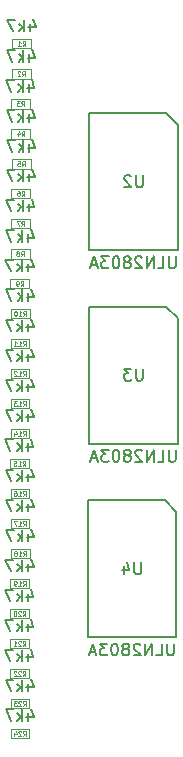
<source format=gbr>
G04 #@! TF.FileFunction,Other,Fab,Bot*
%FSLAX46Y46*%
G04 Gerber Fmt 4.6, Leading zero omitted, Abs format (unit mm)*
G04 Created by KiCad (PCBNEW 4.0.7) date 07/31/18 16:14:13*
%MOMM*%
%LPD*%
G01*
G04 APERTURE LIST*
%ADD10C,0.100000*%
%ADD11C,0.150000*%
%ADD12C,0.075000*%
G04 APERTURE END LIST*
D10*
X57310000Y-73010000D02*
X57310000Y-73810000D01*
X58910000Y-73010000D02*
X57310000Y-73010000D01*
X58910000Y-73810000D02*
X58910000Y-73010000D01*
X57310000Y-73810000D02*
X58910000Y-73810000D01*
X57260000Y-75560000D02*
X57260000Y-76360000D01*
X58860000Y-75560000D02*
X57260000Y-75560000D01*
X58860000Y-76360000D02*
X58860000Y-75560000D01*
X57260000Y-76360000D02*
X58860000Y-76360000D01*
X57210000Y-78100000D02*
X57210000Y-78900000D01*
X58810000Y-78100000D02*
X57210000Y-78100000D01*
X58810000Y-78900000D02*
X58810000Y-78100000D01*
X57210000Y-78900000D02*
X58810000Y-78900000D01*
X57230000Y-80640000D02*
X57230000Y-81440000D01*
X58830000Y-80640000D02*
X57230000Y-80640000D01*
X58830000Y-81440000D02*
X58830000Y-80640000D01*
X57230000Y-81440000D02*
X58830000Y-81440000D01*
X57250000Y-83180000D02*
X57250000Y-83980000D01*
X58850000Y-83180000D02*
X57250000Y-83180000D01*
X58850000Y-83980000D02*
X58850000Y-83180000D01*
X57250000Y-83980000D02*
X58850000Y-83980000D01*
X57230000Y-85710000D02*
X57230000Y-86510000D01*
X58830000Y-85710000D02*
X57230000Y-85710000D01*
X58830000Y-86510000D02*
X58830000Y-85710000D01*
X57230000Y-86510000D02*
X58830000Y-86510000D01*
X57200000Y-88250000D02*
X57200000Y-89050000D01*
X58800000Y-88250000D02*
X57200000Y-88250000D01*
X58800000Y-89050000D02*
X58800000Y-88250000D01*
X57200000Y-89050000D02*
X58800000Y-89050000D01*
X57170000Y-90800000D02*
X57170000Y-91600000D01*
X58770000Y-90800000D02*
X57170000Y-90800000D01*
X58770000Y-91600000D02*
X58770000Y-90800000D01*
X57170000Y-91600000D02*
X58770000Y-91600000D01*
X57140000Y-93330000D02*
X57140000Y-94130000D01*
X58740000Y-93330000D02*
X57140000Y-93330000D01*
X58740000Y-94130000D02*
X58740000Y-93330000D01*
X57140000Y-94130000D02*
X58740000Y-94130000D01*
X57160000Y-95860000D02*
X57160000Y-96660000D01*
X58760000Y-95860000D02*
X57160000Y-95860000D01*
X58760000Y-96660000D02*
X58760000Y-95860000D01*
X57160000Y-96660000D02*
X58760000Y-96660000D01*
X57150000Y-98410000D02*
X57150000Y-99210000D01*
X58750000Y-98410000D02*
X57150000Y-98410000D01*
X58750000Y-99210000D02*
X58750000Y-98410000D01*
X57150000Y-99210000D02*
X58750000Y-99210000D01*
X57150000Y-100950000D02*
X57150000Y-101750000D01*
X58750000Y-100950000D02*
X57150000Y-100950000D01*
X58750000Y-101750000D02*
X58750000Y-100950000D01*
X57150000Y-101750000D02*
X58750000Y-101750000D01*
X57150000Y-103490000D02*
X57150000Y-104290000D01*
X58750000Y-103490000D02*
X57150000Y-103490000D01*
X58750000Y-104290000D02*
X58750000Y-103490000D01*
X57150000Y-104290000D02*
X58750000Y-104290000D01*
X57150000Y-106030000D02*
X57150000Y-106830000D01*
X58750000Y-106030000D02*
X57150000Y-106030000D01*
X58750000Y-106830000D02*
X58750000Y-106030000D01*
X57150000Y-106830000D02*
X58750000Y-106830000D01*
X57130000Y-108560000D02*
X57130000Y-109360000D01*
X58730000Y-108560000D02*
X57130000Y-108560000D01*
X58730000Y-109360000D02*
X58730000Y-108560000D01*
X57130000Y-109360000D02*
X58730000Y-109360000D01*
X57150000Y-111110000D02*
X57150000Y-111910000D01*
X58750000Y-111110000D02*
X57150000Y-111110000D01*
X58750000Y-111910000D02*
X58750000Y-111110000D01*
X57150000Y-111910000D02*
X58750000Y-111910000D01*
X57150000Y-113650000D02*
X57150000Y-114450000D01*
X58750000Y-113650000D02*
X57150000Y-113650000D01*
X58750000Y-114450000D02*
X58750000Y-113650000D01*
X57150000Y-114450000D02*
X58750000Y-114450000D01*
X57160000Y-116190000D02*
X57160000Y-116990000D01*
X58760000Y-116190000D02*
X57160000Y-116190000D01*
X58760000Y-116990000D02*
X58760000Y-116190000D01*
X57160000Y-116990000D02*
X58760000Y-116990000D01*
X57140000Y-118730000D02*
X57140000Y-119530000D01*
X58740000Y-118730000D02*
X57140000Y-118730000D01*
X58740000Y-119530000D02*
X58740000Y-118730000D01*
X57140000Y-119530000D02*
X58740000Y-119530000D01*
X57120000Y-121270000D02*
X57120000Y-122070000D01*
X58720000Y-121270000D02*
X57120000Y-121270000D01*
X58720000Y-122070000D02*
X58720000Y-121270000D01*
X57120000Y-122070000D02*
X58720000Y-122070000D01*
X57120000Y-123810000D02*
X57120000Y-124610000D01*
X58720000Y-123810000D02*
X57120000Y-123810000D01*
X58720000Y-124610000D02*
X58720000Y-123810000D01*
X57120000Y-124610000D02*
X58720000Y-124610000D01*
X57120000Y-126350000D02*
X57120000Y-127150000D01*
X58720000Y-126350000D02*
X57120000Y-126350000D01*
X58720000Y-127150000D02*
X58720000Y-126350000D01*
X57120000Y-127150000D02*
X58720000Y-127150000D01*
X57150000Y-128890000D02*
X57150000Y-129690000D01*
X58750000Y-128890000D02*
X57150000Y-128890000D01*
X58750000Y-129690000D02*
X58750000Y-128890000D01*
X57150000Y-129690000D02*
X58750000Y-129690000D01*
X57150000Y-131420000D02*
X57150000Y-132220000D01*
X58750000Y-131420000D02*
X57150000Y-131420000D01*
X58750000Y-132220000D02*
X58750000Y-131420000D01*
X57150000Y-132220000D02*
X58750000Y-132220000D01*
D11*
X70330000Y-79290000D02*
X63830000Y-79290000D01*
X63830000Y-79290000D02*
X63830000Y-90890000D01*
X63830000Y-90890000D02*
X71330000Y-90890000D01*
X71330000Y-90890000D02*
X71330000Y-80290000D01*
X71330000Y-80290000D02*
X70330000Y-79290000D01*
X70330000Y-95670000D02*
X63830000Y-95670000D01*
X63830000Y-95670000D02*
X63830000Y-107270000D01*
X63830000Y-107270000D02*
X71330000Y-107270000D01*
X71330000Y-107270000D02*
X71330000Y-96670000D01*
X71330000Y-96670000D02*
X70330000Y-95670000D01*
X70200000Y-112060000D02*
X63700000Y-112060000D01*
X63700000Y-112060000D02*
X63700000Y-123660000D01*
X63700000Y-123660000D02*
X71200000Y-123660000D01*
X71200000Y-123660000D02*
X71200000Y-113060000D01*
X71200000Y-113060000D02*
X70200000Y-112060000D01*
X58800476Y-71695714D02*
X58800476Y-72362381D01*
X59038572Y-71314762D02*
X59276667Y-72029048D01*
X58657619Y-72029048D01*
X58276667Y-72362381D02*
X58276667Y-71362381D01*
X58181429Y-71981429D02*
X57895714Y-72362381D01*
X57895714Y-71695714D02*
X58276667Y-72076667D01*
X57562381Y-71362381D02*
X56895714Y-71362381D01*
X57324286Y-72362381D01*
D12*
X58176666Y-73590952D02*
X58310000Y-73400476D01*
X58405238Y-73590952D02*
X58405238Y-73190952D01*
X58252857Y-73190952D01*
X58214762Y-73210000D01*
X58195714Y-73229048D01*
X58176666Y-73267143D01*
X58176666Y-73324286D01*
X58195714Y-73362381D01*
X58214762Y-73381429D01*
X58252857Y-73400476D01*
X58405238Y-73400476D01*
X57795714Y-73590952D02*
X58024286Y-73590952D01*
X57910000Y-73590952D02*
X57910000Y-73190952D01*
X57948095Y-73248095D01*
X57986190Y-73286190D01*
X58024286Y-73305238D01*
D11*
X58750476Y-74245714D02*
X58750476Y-74912381D01*
X58988572Y-73864762D02*
X59226667Y-74579048D01*
X58607619Y-74579048D01*
X58226667Y-74912381D02*
X58226667Y-73912381D01*
X58131429Y-74531429D02*
X57845714Y-74912381D01*
X57845714Y-74245714D02*
X58226667Y-74626667D01*
X57512381Y-73912381D02*
X56845714Y-73912381D01*
X57274286Y-74912381D01*
D12*
X58126666Y-76140952D02*
X58260000Y-75950476D01*
X58355238Y-76140952D02*
X58355238Y-75740952D01*
X58202857Y-75740952D01*
X58164762Y-75760000D01*
X58145714Y-75779048D01*
X58126666Y-75817143D01*
X58126666Y-75874286D01*
X58145714Y-75912381D01*
X58164762Y-75931429D01*
X58202857Y-75950476D01*
X58355238Y-75950476D01*
X57974286Y-75779048D02*
X57955238Y-75760000D01*
X57917143Y-75740952D01*
X57821905Y-75740952D01*
X57783809Y-75760000D01*
X57764762Y-75779048D01*
X57745714Y-75817143D01*
X57745714Y-75855238D01*
X57764762Y-75912381D01*
X57993333Y-76140952D01*
X57745714Y-76140952D01*
D11*
X58700476Y-76785714D02*
X58700476Y-77452381D01*
X58938572Y-76404762D02*
X59176667Y-77119048D01*
X58557619Y-77119048D01*
X58176667Y-77452381D02*
X58176667Y-76452381D01*
X58081429Y-77071429D02*
X57795714Y-77452381D01*
X57795714Y-76785714D02*
X58176667Y-77166667D01*
X57462381Y-76452381D02*
X56795714Y-76452381D01*
X57224286Y-77452381D01*
D12*
X58076666Y-78680952D02*
X58210000Y-78490476D01*
X58305238Y-78680952D02*
X58305238Y-78280952D01*
X58152857Y-78280952D01*
X58114762Y-78300000D01*
X58095714Y-78319048D01*
X58076666Y-78357143D01*
X58076666Y-78414286D01*
X58095714Y-78452381D01*
X58114762Y-78471429D01*
X58152857Y-78490476D01*
X58305238Y-78490476D01*
X57943333Y-78280952D02*
X57695714Y-78280952D01*
X57829047Y-78433333D01*
X57771905Y-78433333D01*
X57733809Y-78452381D01*
X57714762Y-78471429D01*
X57695714Y-78509524D01*
X57695714Y-78604762D01*
X57714762Y-78642857D01*
X57733809Y-78661905D01*
X57771905Y-78680952D01*
X57886190Y-78680952D01*
X57924286Y-78661905D01*
X57943333Y-78642857D01*
D11*
X58720476Y-79325714D02*
X58720476Y-79992381D01*
X58958572Y-78944762D02*
X59196667Y-79659048D01*
X58577619Y-79659048D01*
X58196667Y-79992381D02*
X58196667Y-78992381D01*
X58101429Y-79611429D02*
X57815714Y-79992381D01*
X57815714Y-79325714D02*
X58196667Y-79706667D01*
X57482381Y-78992381D02*
X56815714Y-78992381D01*
X57244286Y-79992381D01*
D12*
X58096666Y-81220952D02*
X58230000Y-81030476D01*
X58325238Y-81220952D02*
X58325238Y-80820952D01*
X58172857Y-80820952D01*
X58134762Y-80840000D01*
X58115714Y-80859048D01*
X58096666Y-80897143D01*
X58096666Y-80954286D01*
X58115714Y-80992381D01*
X58134762Y-81011429D01*
X58172857Y-81030476D01*
X58325238Y-81030476D01*
X57753809Y-80954286D02*
X57753809Y-81220952D01*
X57849047Y-80801905D02*
X57944286Y-81087619D01*
X57696666Y-81087619D01*
D11*
X58740476Y-81865714D02*
X58740476Y-82532381D01*
X58978572Y-81484762D02*
X59216667Y-82199048D01*
X58597619Y-82199048D01*
X58216667Y-82532381D02*
X58216667Y-81532381D01*
X58121429Y-82151429D02*
X57835714Y-82532381D01*
X57835714Y-81865714D02*
X58216667Y-82246667D01*
X57502381Y-81532381D02*
X56835714Y-81532381D01*
X57264286Y-82532381D01*
D12*
X58116666Y-83760952D02*
X58250000Y-83570476D01*
X58345238Y-83760952D02*
X58345238Y-83360952D01*
X58192857Y-83360952D01*
X58154762Y-83380000D01*
X58135714Y-83399048D01*
X58116666Y-83437143D01*
X58116666Y-83494286D01*
X58135714Y-83532381D01*
X58154762Y-83551429D01*
X58192857Y-83570476D01*
X58345238Y-83570476D01*
X57754762Y-83360952D02*
X57945238Y-83360952D01*
X57964286Y-83551429D01*
X57945238Y-83532381D01*
X57907143Y-83513333D01*
X57811905Y-83513333D01*
X57773809Y-83532381D01*
X57754762Y-83551429D01*
X57735714Y-83589524D01*
X57735714Y-83684762D01*
X57754762Y-83722857D01*
X57773809Y-83741905D01*
X57811905Y-83760952D01*
X57907143Y-83760952D01*
X57945238Y-83741905D01*
X57964286Y-83722857D01*
D11*
X58720476Y-84395714D02*
X58720476Y-85062381D01*
X58958572Y-84014762D02*
X59196667Y-84729048D01*
X58577619Y-84729048D01*
X58196667Y-85062381D02*
X58196667Y-84062381D01*
X58101429Y-84681429D02*
X57815714Y-85062381D01*
X57815714Y-84395714D02*
X58196667Y-84776667D01*
X57482381Y-84062381D02*
X56815714Y-84062381D01*
X57244286Y-85062381D01*
D12*
X58096666Y-86290952D02*
X58230000Y-86100476D01*
X58325238Y-86290952D02*
X58325238Y-85890952D01*
X58172857Y-85890952D01*
X58134762Y-85910000D01*
X58115714Y-85929048D01*
X58096666Y-85967143D01*
X58096666Y-86024286D01*
X58115714Y-86062381D01*
X58134762Y-86081429D01*
X58172857Y-86100476D01*
X58325238Y-86100476D01*
X57753809Y-85890952D02*
X57830000Y-85890952D01*
X57868095Y-85910000D01*
X57887143Y-85929048D01*
X57925238Y-85986190D01*
X57944286Y-86062381D01*
X57944286Y-86214762D01*
X57925238Y-86252857D01*
X57906190Y-86271905D01*
X57868095Y-86290952D01*
X57791905Y-86290952D01*
X57753809Y-86271905D01*
X57734762Y-86252857D01*
X57715714Y-86214762D01*
X57715714Y-86119524D01*
X57734762Y-86081429D01*
X57753809Y-86062381D01*
X57791905Y-86043333D01*
X57868095Y-86043333D01*
X57906190Y-86062381D01*
X57925238Y-86081429D01*
X57944286Y-86119524D01*
D11*
X58690476Y-86935714D02*
X58690476Y-87602381D01*
X58928572Y-86554762D02*
X59166667Y-87269048D01*
X58547619Y-87269048D01*
X58166667Y-87602381D02*
X58166667Y-86602381D01*
X58071429Y-87221429D02*
X57785714Y-87602381D01*
X57785714Y-86935714D02*
X58166667Y-87316667D01*
X57452381Y-86602381D02*
X56785714Y-86602381D01*
X57214286Y-87602381D01*
D12*
X58066666Y-88830952D02*
X58200000Y-88640476D01*
X58295238Y-88830952D02*
X58295238Y-88430952D01*
X58142857Y-88430952D01*
X58104762Y-88450000D01*
X58085714Y-88469048D01*
X58066666Y-88507143D01*
X58066666Y-88564286D01*
X58085714Y-88602381D01*
X58104762Y-88621429D01*
X58142857Y-88640476D01*
X58295238Y-88640476D01*
X57933333Y-88430952D02*
X57666666Y-88430952D01*
X57838095Y-88830952D01*
D11*
X58660476Y-89485714D02*
X58660476Y-90152381D01*
X58898572Y-89104762D02*
X59136667Y-89819048D01*
X58517619Y-89819048D01*
X58136667Y-90152381D02*
X58136667Y-89152381D01*
X58041429Y-89771429D02*
X57755714Y-90152381D01*
X57755714Y-89485714D02*
X58136667Y-89866667D01*
X57422381Y-89152381D02*
X56755714Y-89152381D01*
X57184286Y-90152381D01*
D12*
X58036666Y-91380952D02*
X58170000Y-91190476D01*
X58265238Y-91380952D02*
X58265238Y-90980952D01*
X58112857Y-90980952D01*
X58074762Y-91000000D01*
X58055714Y-91019048D01*
X58036666Y-91057143D01*
X58036666Y-91114286D01*
X58055714Y-91152381D01*
X58074762Y-91171429D01*
X58112857Y-91190476D01*
X58265238Y-91190476D01*
X57808095Y-91152381D02*
X57846190Y-91133333D01*
X57865238Y-91114286D01*
X57884286Y-91076190D01*
X57884286Y-91057143D01*
X57865238Y-91019048D01*
X57846190Y-91000000D01*
X57808095Y-90980952D01*
X57731905Y-90980952D01*
X57693809Y-91000000D01*
X57674762Y-91019048D01*
X57655714Y-91057143D01*
X57655714Y-91076190D01*
X57674762Y-91114286D01*
X57693809Y-91133333D01*
X57731905Y-91152381D01*
X57808095Y-91152381D01*
X57846190Y-91171429D01*
X57865238Y-91190476D01*
X57884286Y-91228571D01*
X57884286Y-91304762D01*
X57865238Y-91342857D01*
X57846190Y-91361905D01*
X57808095Y-91380952D01*
X57731905Y-91380952D01*
X57693809Y-91361905D01*
X57674762Y-91342857D01*
X57655714Y-91304762D01*
X57655714Y-91228571D01*
X57674762Y-91190476D01*
X57693809Y-91171429D01*
X57731905Y-91152381D01*
D11*
X58630476Y-92015714D02*
X58630476Y-92682381D01*
X58868572Y-91634762D02*
X59106667Y-92349048D01*
X58487619Y-92349048D01*
X58106667Y-92682381D02*
X58106667Y-91682381D01*
X58011429Y-92301429D02*
X57725714Y-92682381D01*
X57725714Y-92015714D02*
X58106667Y-92396667D01*
X57392381Y-91682381D02*
X56725714Y-91682381D01*
X57154286Y-92682381D01*
D12*
X58006666Y-93910952D02*
X58140000Y-93720476D01*
X58235238Y-93910952D02*
X58235238Y-93510952D01*
X58082857Y-93510952D01*
X58044762Y-93530000D01*
X58025714Y-93549048D01*
X58006666Y-93587143D01*
X58006666Y-93644286D01*
X58025714Y-93682381D01*
X58044762Y-93701429D01*
X58082857Y-93720476D01*
X58235238Y-93720476D01*
X57816190Y-93910952D02*
X57740000Y-93910952D01*
X57701905Y-93891905D01*
X57682857Y-93872857D01*
X57644762Y-93815714D01*
X57625714Y-93739524D01*
X57625714Y-93587143D01*
X57644762Y-93549048D01*
X57663809Y-93530000D01*
X57701905Y-93510952D01*
X57778095Y-93510952D01*
X57816190Y-93530000D01*
X57835238Y-93549048D01*
X57854286Y-93587143D01*
X57854286Y-93682381D01*
X57835238Y-93720476D01*
X57816190Y-93739524D01*
X57778095Y-93758571D01*
X57701905Y-93758571D01*
X57663809Y-93739524D01*
X57644762Y-93720476D01*
X57625714Y-93682381D01*
D11*
X58650476Y-94545714D02*
X58650476Y-95212381D01*
X58888572Y-94164762D02*
X59126667Y-94879048D01*
X58507619Y-94879048D01*
X58126667Y-95212381D02*
X58126667Y-94212381D01*
X58031429Y-94831429D02*
X57745714Y-95212381D01*
X57745714Y-94545714D02*
X58126667Y-94926667D01*
X57412381Y-94212381D02*
X56745714Y-94212381D01*
X57174286Y-95212381D01*
D12*
X58217142Y-96440952D02*
X58350476Y-96250476D01*
X58445714Y-96440952D02*
X58445714Y-96040952D01*
X58293333Y-96040952D01*
X58255238Y-96060000D01*
X58236190Y-96079048D01*
X58217142Y-96117143D01*
X58217142Y-96174286D01*
X58236190Y-96212381D01*
X58255238Y-96231429D01*
X58293333Y-96250476D01*
X58445714Y-96250476D01*
X57836190Y-96440952D02*
X58064762Y-96440952D01*
X57950476Y-96440952D02*
X57950476Y-96040952D01*
X57988571Y-96098095D01*
X58026666Y-96136190D01*
X58064762Y-96155238D01*
X57588571Y-96040952D02*
X57550476Y-96040952D01*
X57512381Y-96060000D01*
X57493333Y-96079048D01*
X57474286Y-96117143D01*
X57455238Y-96193333D01*
X57455238Y-96288571D01*
X57474286Y-96364762D01*
X57493333Y-96402857D01*
X57512381Y-96421905D01*
X57550476Y-96440952D01*
X57588571Y-96440952D01*
X57626667Y-96421905D01*
X57645714Y-96402857D01*
X57664762Y-96364762D01*
X57683810Y-96288571D01*
X57683810Y-96193333D01*
X57664762Y-96117143D01*
X57645714Y-96079048D01*
X57626667Y-96060000D01*
X57588571Y-96040952D01*
D11*
X58640476Y-97095714D02*
X58640476Y-97762381D01*
X58878572Y-96714762D02*
X59116667Y-97429048D01*
X58497619Y-97429048D01*
X58116667Y-97762381D02*
X58116667Y-96762381D01*
X58021429Y-97381429D02*
X57735714Y-97762381D01*
X57735714Y-97095714D02*
X58116667Y-97476667D01*
X57402381Y-96762381D02*
X56735714Y-96762381D01*
X57164286Y-97762381D01*
D12*
X58207142Y-98990952D02*
X58340476Y-98800476D01*
X58435714Y-98990952D02*
X58435714Y-98590952D01*
X58283333Y-98590952D01*
X58245238Y-98610000D01*
X58226190Y-98629048D01*
X58207142Y-98667143D01*
X58207142Y-98724286D01*
X58226190Y-98762381D01*
X58245238Y-98781429D01*
X58283333Y-98800476D01*
X58435714Y-98800476D01*
X57826190Y-98990952D02*
X58054762Y-98990952D01*
X57940476Y-98990952D02*
X57940476Y-98590952D01*
X57978571Y-98648095D01*
X58016666Y-98686190D01*
X58054762Y-98705238D01*
X57445238Y-98990952D02*
X57673810Y-98990952D01*
X57559524Y-98990952D02*
X57559524Y-98590952D01*
X57597619Y-98648095D01*
X57635714Y-98686190D01*
X57673810Y-98705238D01*
D11*
X58640476Y-99635714D02*
X58640476Y-100302381D01*
X58878572Y-99254762D02*
X59116667Y-99969048D01*
X58497619Y-99969048D01*
X58116667Y-100302381D02*
X58116667Y-99302381D01*
X58021429Y-99921429D02*
X57735714Y-100302381D01*
X57735714Y-99635714D02*
X58116667Y-100016667D01*
X57402381Y-99302381D02*
X56735714Y-99302381D01*
X57164286Y-100302381D01*
D12*
X58207142Y-101530952D02*
X58340476Y-101340476D01*
X58435714Y-101530952D02*
X58435714Y-101130952D01*
X58283333Y-101130952D01*
X58245238Y-101150000D01*
X58226190Y-101169048D01*
X58207142Y-101207143D01*
X58207142Y-101264286D01*
X58226190Y-101302381D01*
X58245238Y-101321429D01*
X58283333Y-101340476D01*
X58435714Y-101340476D01*
X57826190Y-101530952D02*
X58054762Y-101530952D01*
X57940476Y-101530952D02*
X57940476Y-101130952D01*
X57978571Y-101188095D01*
X58016666Y-101226190D01*
X58054762Y-101245238D01*
X57673810Y-101169048D02*
X57654762Y-101150000D01*
X57616667Y-101130952D01*
X57521429Y-101130952D01*
X57483333Y-101150000D01*
X57464286Y-101169048D01*
X57445238Y-101207143D01*
X57445238Y-101245238D01*
X57464286Y-101302381D01*
X57692857Y-101530952D01*
X57445238Y-101530952D01*
D11*
X58640476Y-102175714D02*
X58640476Y-102842381D01*
X58878572Y-101794762D02*
X59116667Y-102509048D01*
X58497619Y-102509048D01*
X58116667Y-102842381D02*
X58116667Y-101842381D01*
X58021429Y-102461429D02*
X57735714Y-102842381D01*
X57735714Y-102175714D02*
X58116667Y-102556667D01*
X57402381Y-101842381D02*
X56735714Y-101842381D01*
X57164286Y-102842381D01*
D12*
X58207142Y-104070952D02*
X58340476Y-103880476D01*
X58435714Y-104070952D02*
X58435714Y-103670952D01*
X58283333Y-103670952D01*
X58245238Y-103690000D01*
X58226190Y-103709048D01*
X58207142Y-103747143D01*
X58207142Y-103804286D01*
X58226190Y-103842381D01*
X58245238Y-103861429D01*
X58283333Y-103880476D01*
X58435714Y-103880476D01*
X57826190Y-104070952D02*
X58054762Y-104070952D01*
X57940476Y-104070952D02*
X57940476Y-103670952D01*
X57978571Y-103728095D01*
X58016666Y-103766190D01*
X58054762Y-103785238D01*
X57692857Y-103670952D02*
X57445238Y-103670952D01*
X57578571Y-103823333D01*
X57521429Y-103823333D01*
X57483333Y-103842381D01*
X57464286Y-103861429D01*
X57445238Y-103899524D01*
X57445238Y-103994762D01*
X57464286Y-104032857D01*
X57483333Y-104051905D01*
X57521429Y-104070952D01*
X57635714Y-104070952D01*
X57673810Y-104051905D01*
X57692857Y-104032857D01*
D11*
X58640476Y-104715714D02*
X58640476Y-105382381D01*
X58878572Y-104334762D02*
X59116667Y-105049048D01*
X58497619Y-105049048D01*
X58116667Y-105382381D02*
X58116667Y-104382381D01*
X58021429Y-105001429D02*
X57735714Y-105382381D01*
X57735714Y-104715714D02*
X58116667Y-105096667D01*
X57402381Y-104382381D02*
X56735714Y-104382381D01*
X57164286Y-105382381D01*
D12*
X58207142Y-106610952D02*
X58340476Y-106420476D01*
X58435714Y-106610952D02*
X58435714Y-106210952D01*
X58283333Y-106210952D01*
X58245238Y-106230000D01*
X58226190Y-106249048D01*
X58207142Y-106287143D01*
X58207142Y-106344286D01*
X58226190Y-106382381D01*
X58245238Y-106401429D01*
X58283333Y-106420476D01*
X58435714Y-106420476D01*
X57826190Y-106610952D02*
X58054762Y-106610952D01*
X57940476Y-106610952D02*
X57940476Y-106210952D01*
X57978571Y-106268095D01*
X58016666Y-106306190D01*
X58054762Y-106325238D01*
X57483333Y-106344286D02*
X57483333Y-106610952D01*
X57578571Y-106191905D02*
X57673810Y-106477619D01*
X57426190Y-106477619D01*
D11*
X58620476Y-107245714D02*
X58620476Y-107912381D01*
X58858572Y-106864762D02*
X59096667Y-107579048D01*
X58477619Y-107579048D01*
X58096667Y-107912381D02*
X58096667Y-106912381D01*
X58001429Y-107531429D02*
X57715714Y-107912381D01*
X57715714Y-107245714D02*
X58096667Y-107626667D01*
X57382381Y-106912381D02*
X56715714Y-106912381D01*
X57144286Y-107912381D01*
D12*
X58187142Y-109140952D02*
X58320476Y-108950476D01*
X58415714Y-109140952D02*
X58415714Y-108740952D01*
X58263333Y-108740952D01*
X58225238Y-108760000D01*
X58206190Y-108779048D01*
X58187142Y-108817143D01*
X58187142Y-108874286D01*
X58206190Y-108912381D01*
X58225238Y-108931429D01*
X58263333Y-108950476D01*
X58415714Y-108950476D01*
X57806190Y-109140952D02*
X58034762Y-109140952D01*
X57920476Y-109140952D02*
X57920476Y-108740952D01*
X57958571Y-108798095D01*
X57996666Y-108836190D01*
X58034762Y-108855238D01*
X57444286Y-108740952D02*
X57634762Y-108740952D01*
X57653810Y-108931429D01*
X57634762Y-108912381D01*
X57596667Y-108893333D01*
X57501429Y-108893333D01*
X57463333Y-108912381D01*
X57444286Y-108931429D01*
X57425238Y-108969524D01*
X57425238Y-109064762D01*
X57444286Y-109102857D01*
X57463333Y-109121905D01*
X57501429Y-109140952D01*
X57596667Y-109140952D01*
X57634762Y-109121905D01*
X57653810Y-109102857D01*
D11*
X58640476Y-109795714D02*
X58640476Y-110462381D01*
X58878572Y-109414762D02*
X59116667Y-110129048D01*
X58497619Y-110129048D01*
X58116667Y-110462381D02*
X58116667Y-109462381D01*
X58021429Y-110081429D02*
X57735714Y-110462381D01*
X57735714Y-109795714D02*
X58116667Y-110176667D01*
X57402381Y-109462381D02*
X56735714Y-109462381D01*
X57164286Y-110462381D01*
D12*
X58207142Y-111690952D02*
X58340476Y-111500476D01*
X58435714Y-111690952D02*
X58435714Y-111290952D01*
X58283333Y-111290952D01*
X58245238Y-111310000D01*
X58226190Y-111329048D01*
X58207142Y-111367143D01*
X58207142Y-111424286D01*
X58226190Y-111462381D01*
X58245238Y-111481429D01*
X58283333Y-111500476D01*
X58435714Y-111500476D01*
X57826190Y-111690952D02*
X58054762Y-111690952D01*
X57940476Y-111690952D02*
X57940476Y-111290952D01*
X57978571Y-111348095D01*
X58016666Y-111386190D01*
X58054762Y-111405238D01*
X57483333Y-111290952D02*
X57559524Y-111290952D01*
X57597619Y-111310000D01*
X57616667Y-111329048D01*
X57654762Y-111386190D01*
X57673810Y-111462381D01*
X57673810Y-111614762D01*
X57654762Y-111652857D01*
X57635714Y-111671905D01*
X57597619Y-111690952D01*
X57521429Y-111690952D01*
X57483333Y-111671905D01*
X57464286Y-111652857D01*
X57445238Y-111614762D01*
X57445238Y-111519524D01*
X57464286Y-111481429D01*
X57483333Y-111462381D01*
X57521429Y-111443333D01*
X57597619Y-111443333D01*
X57635714Y-111462381D01*
X57654762Y-111481429D01*
X57673810Y-111519524D01*
D11*
X58640476Y-112335714D02*
X58640476Y-113002381D01*
X58878572Y-111954762D02*
X59116667Y-112669048D01*
X58497619Y-112669048D01*
X58116667Y-113002381D02*
X58116667Y-112002381D01*
X58021429Y-112621429D02*
X57735714Y-113002381D01*
X57735714Y-112335714D02*
X58116667Y-112716667D01*
X57402381Y-112002381D02*
X56735714Y-112002381D01*
X57164286Y-113002381D01*
D12*
X58207142Y-114230952D02*
X58340476Y-114040476D01*
X58435714Y-114230952D02*
X58435714Y-113830952D01*
X58283333Y-113830952D01*
X58245238Y-113850000D01*
X58226190Y-113869048D01*
X58207142Y-113907143D01*
X58207142Y-113964286D01*
X58226190Y-114002381D01*
X58245238Y-114021429D01*
X58283333Y-114040476D01*
X58435714Y-114040476D01*
X57826190Y-114230952D02*
X58054762Y-114230952D01*
X57940476Y-114230952D02*
X57940476Y-113830952D01*
X57978571Y-113888095D01*
X58016666Y-113926190D01*
X58054762Y-113945238D01*
X57692857Y-113830952D02*
X57426190Y-113830952D01*
X57597619Y-114230952D01*
D11*
X58650476Y-114875714D02*
X58650476Y-115542381D01*
X58888572Y-114494762D02*
X59126667Y-115209048D01*
X58507619Y-115209048D01*
X58126667Y-115542381D02*
X58126667Y-114542381D01*
X58031429Y-115161429D02*
X57745714Y-115542381D01*
X57745714Y-114875714D02*
X58126667Y-115256667D01*
X57412381Y-114542381D02*
X56745714Y-114542381D01*
X57174286Y-115542381D01*
D12*
X58217142Y-116770952D02*
X58350476Y-116580476D01*
X58445714Y-116770952D02*
X58445714Y-116370952D01*
X58293333Y-116370952D01*
X58255238Y-116390000D01*
X58236190Y-116409048D01*
X58217142Y-116447143D01*
X58217142Y-116504286D01*
X58236190Y-116542381D01*
X58255238Y-116561429D01*
X58293333Y-116580476D01*
X58445714Y-116580476D01*
X57836190Y-116770952D02*
X58064762Y-116770952D01*
X57950476Y-116770952D02*
X57950476Y-116370952D01*
X57988571Y-116428095D01*
X58026666Y-116466190D01*
X58064762Y-116485238D01*
X57607619Y-116542381D02*
X57645714Y-116523333D01*
X57664762Y-116504286D01*
X57683810Y-116466190D01*
X57683810Y-116447143D01*
X57664762Y-116409048D01*
X57645714Y-116390000D01*
X57607619Y-116370952D01*
X57531429Y-116370952D01*
X57493333Y-116390000D01*
X57474286Y-116409048D01*
X57455238Y-116447143D01*
X57455238Y-116466190D01*
X57474286Y-116504286D01*
X57493333Y-116523333D01*
X57531429Y-116542381D01*
X57607619Y-116542381D01*
X57645714Y-116561429D01*
X57664762Y-116580476D01*
X57683810Y-116618571D01*
X57683810Y-116694762D01*
X57664762Y-116732857D01*
X57645714Y-116751905D01*
X57607619Y-116770952D01*
X57531429Y-116770952D01*
X57493333Y-116751905D01*
X57474286Y-116732857D01*
X57455238Y-116694762D01*
X57455238Y-116618571D01*
X57474286Y-116580476D01*
X57493333Y-116561429D01*
X57531429Y-116542381D01*
D11*
X58630476Y-117415714D02*
X58630476Y-118082381D01*
X58868572Y-117034762D02*
X59106667Y-117749048D01*
X58487619Y-117749048D01*
X58106667Y-118082381D02*
X58106667Y-117082381D01*
X58011429Y-117701429D02*
X57725714Y-118082381D01*
X57725714Y-117415714D02*
X58106667Y-117796667D01*
X57392381Y-117082381D02*
X56725714Y-117082381D01*
X57154286Y-118082381D01*
D12*
X58197142Y-119310952D02*
X58330476Y-119120476D01*
X58425714Y-119310952D02*
X58425714Y-118910952D01*
X58273333Y-118910952D01*
X58235238Y-118930000D01*
X58216190Y-118949048D01*
X58197142Y-118987143D01*
X58197142Y-119044286D01*
X58216190Y-119082381D01*
X58235238Y-119101429D01*
X58273333Y-119120476D01*
X58425714Y-119120476D01*
X57816190Y-119310952D02*
X58044762Y-119310952D01*
X57930476Y-119310952D02*
X57930476Y-118910952D01*
X57968571Y-118968095D01*
X58006666Y-119006190D01*
X58044762Y-119025238D01*
X57625714Y-119310952D02*
X57549524Y-119310952D01*
X57511429Y-119291905D01*
X57492381Y-119272857D01*
X57454286Y-119215714D01*
X57435238Y-119139524D01*
X57435238Y-118987143D01*
X57454286Y-118949048D01*
X57473333Y-118930000D01*
X57511429Y-118910952D01*
X57587619Y-118910952D01*
X57625714Y-118930000D01*
X57644762Y-118949048D01*
X57663810Y-118987143D01*
X57663810Y-119082381D01*
X57644762Y-119120476D01*
X57625714Y-119139524D01*
X57587619Y-119158571D01*
X57511429Y-119158571D01*
X57473333Y-119139524D01*
X57454286Y-119120476D01*
X57435238Y-119082381D01*
D11*
X58610476Y-119955714D02*
X58610476Y-120622381D01*
X58848572Y-119574762D02*
X59086667Y-120289048D01*
X58467619Y-120289048D01*
X58086667Y-120622381D02*
X58086667Y-119622381D01*
X57991429Y-120241429D02*
X57705714Y-120622381D01*
X57705714Y-119955714D02*
X58086667Y-120336667D01*
X57372381Y-119622381D02*
X56705714Y-119622381D01*
X57134286Y-120622381D01*
D12*
X58177142Y-121850952D02*
X58310476Y-121660476D01*
X58405714Y-121850952D02*
X58405714Y-121450952D01*
X58253333Y-121450952D01*
X58215238Y-121470000D01*
X58196190Y-121489048D01*
X58177142Y-121527143D01*
X58177142Y-121584286D01*
X58196190Y-121622381D01*
X58215238Y-121641429D01*
X58253333Y-121660476D01*
X58405714Y-121660476D01*
X58024762Y-121489048D02*
X58005714Y-121470000D01*
X57967619Y-121450952D01*
X57872381Y-121450952D01*
X57834285Y-121470000D01*
X57815238Y-121489048D01*
X57796190Y-121527143D01*
X57796190Y-121565238D01*
X57815238Y-121622381D01*
X58043809Y-121850952D01*
X57796190Y-121850952D01*
X57548571Y-121450952D02*
X57510476Y-121450952D01*
X57472381Y-121470000D01*
X57453333Y-121489048D01*
X57434286Y-121527143D01*
X57415238Y-121603333D01*
X57415238Y-121698571D01*
X57434286Y-121774762D01*
X57453333Y-121812857D01*
X57472381Y-121831905D01*
X57510476Y-121850952D01*
X57548571Y-121850952D01*
X57586667Y-121831905D01*
X57605714Y-121812857D01*
X57624762Y-121774762D01*
X57643810Y-121698571D01*
X57643810Y-121603333D01*
X57624762Y-121527143D01*
X57605714Y-121489048D01*
X57586667Y-121470000D01*
X57548571Y-121450952D01*
D11*
X58610476Y-122495714D02*
X58610476Y-123162381D01*
X58848572Y-122114762D02*
X59086667Y-122829048D01*
X58467619Y-122829048D01*
X58086667Y-123162381D02*
X58086667Y-122162381D01*
X57991429Y-122781429D02*
X57705714Y-123162381D01*
X57705714Y-122495714D02*
X58086667Y-122876667D01*
X57372381Y-122162381D02*
X56705714Y-122162381D01*
X57134286Y-123162381D01*
D12*
X58177142Y-124390952D02*
X58310476Y-124200476D01*
X58405714Y-124390952D02*
X58405714Y-123990952D01*
X58253333Y-123990952D01*
X58215238Y-124010000D01*
X58196190Y-124029048D01*
X58177142Y-124067143D01*
X58177142Y-124124286D01*
X58196190Y-124162381D01*
X58215238Y-124181429D01*
X58253333Y-124200476D01*
X58405714Y-124200476D01*
X58024762Y-124029048D02*
X58005714Y-124010000D01*
X57967619Y-123990952D01*
X57872381Y-123990952D01*
X57834285Y-124010000D01*
X57815238Y-124029048D01*
X57796190Y-124067143D01*
X57796190Y-124105238D01*
X57815238Y-124162381D01*
X58043809Y-124390952D01*
X57796190Y-124390952D01*
X57415238Y-124390952D02*
X57643810Y-124390952D01*
X57529524Y-124390952D02*
X57529524Y-123990952D01*
X57567619Y-124048095D01*
X57605714Y-124086190D01*
X57643810Y-124105238D01*
D11*
X58610476Y-125035714D02*
X58610476Y-125702381D01*
X58848572Y-124654762D02*
X59086667Y-125369048D01*
X58467619Y-125369048D01*
X58086667Y-125702381D02*
X58086667Y-124702381D01*
X57991429Y-125321429D02*
X57705714Y-125702381D01*
X57705714Y-125035714D02*
X58086667Y-125416667D01*
X57372381Y-124702381D02*
X56705714Y-124702381D01*
X57134286Y-125702381D01*
D12*
X58177142Y-126930952D02*
X58310476Y-126740476D01*
X58405714Y-126930952D02*
X58405714Y-126530952D01*
X58253333Y-126530952D01*
X58215238Y-126550000D01*
X58196190Y-126569048D01*
X58177142Y-126607143D01*
X58177142Y-126664286D01*
X58196190Y-126702381D01*
X58215238Y-126721429D01*
X58253333Y-126740476D01*
X58405714Y-126740476D01*
X58024762Y-126569048D02*
X58005714Y-126550000D01*
X57967619Y-126530952D01*
X57872381Y-126530952D01*
X57834285Y-126550000D01*
X57815238Y-126569048D01*
X57796190Y-126607143D01*
X57796190Y-126645238D01*
X57815238Y-126702381D01*
X58043809Y-126930952D01*
X57796190Y-126930952D01*
X57643810Y-126569048D02*
X57624762Y-126550000D01*
X57586667Y-126530952D01*
X57491429Y-126530952D01*
X57453333Y-126550000D01*
X57434286Y-126569048D01*
X57415238Y-126607143D01*
X57415238Y-126645238D01*
X57434286Y-126702381D01*
X57662857Y-126930952D01*
X57415238Y-126930952D01*
D11*
X58640476Y-127575714D02*
X58640476Y-128242381D01*
X58878572Y-127194762D02*
X59116667Y-127909048D01*
X58497619Y-127909048D01*
X58116667Y-128242381D02*
X58116667Y-127242381D01*
X58021429Y-127861429D02*
X57735714Y-128242381D01*
X57735714Y-127575714D02*
X58116667Y-127956667D01*
X57402381Y-127242381D02*
X56735714Y-127242381D01*
X57164286Y-128242381D01*
D12*
X58207142Y-129470952D02*
X58340476Y-129280476D01*
X58435714Y-129470952D02*
X58435714Y-129070952D01*
X58283333Y-129070952D01*
X58245238Y-129090000D01*
X58226190Y-129109048D01*
X58207142Y-129147143D01*
X58207142Y-129204286D01*
X58226190Y-129242381D01*
X58245238Y-129261429D01*
X58283333Y-129280476D01*
X58435714Y-129280476D01*
X58054762Y-129109048D02*
X58035714Y-129090000D01*
X57997619Y-129070952D01*
X57902381Y-129070952D01*
X57864285Y-129090000D01*
X57845238Y-129109048D01*
X57826190Y-129147143D01*
X57826190Y-129185238D01*
X57845238Y-129242381D01*
X58073809Y-129470952D01*
X57826190Y-129470952D01*
X57692857Y-129070952D02*
X57445238Y-129070952D01*
X57578571Y-129223333D01*
X57521429Y-129223333D01*
X57483333Y-129242381D01*
X57464286Y-129261429D01*
X57445238Y-129299524D01*
X57445238Y-129394762D01*
X57464286Y-129432857D01*
X57483333Y-129451905D01*
X57521429Y-129470952D01*
X57635714Y-129470952D01*
X57673810Y-129451905D01*
X57692857Y-129432857D01*
D11*
X58640476Y-130105714D02*
X58640476Y-130772381D01*
X58878572Y-129724762D02*
X59116667Y-130439048D01*
X58497619Y-130439048D01*
X58116667Y-130772381D02*
X58116667Y-129772381D01*
X58021429Y-130391429D02*
X57735714Y-130772381D01*
X57735714Y-130105714D02*
X58116667Y-130486667D01*
X57402381Y-129772381D02*
X56735714Y-129772381D01*
X57164286Y-130772381D01*
D12*
X58207142Y-132000952D02*
X58340476Y-131810476D01*
X58435714Y-132000952D02*
X58435714Y-131600952D01*
X58283333Y-131600952D01*
X58245238Y-131620000D01*
X58226190Y-131639048D01*
X58207142Y-131677143D01*
X58207142Y-131734286D01*
X58226190Y-131772381D01*
X58245238Y-131791429D01*
X58283333Y-131810476D01*
X58435714Y-131810476D01*
X58054762Y-131639048D02*
X58035714Y-131620000D01*
X57997619Y-131600952D01*
X57902381Y-131600952D01*
X57864285Y-131620000D01*
X57845238Y-131639048D01*
X57826190Y-131677143D01*
X57826190Y-131715238D01*
X57845238Y-131772381D01*
X58073809Y-132000952D01*
X57826190Y-132000952D01*
X57483333Y-131734286D02*
X57483333Y-132000952D01*
X57578571Y-131581905D02*
X57673810Y-131867619D01*
X57426190Y-131867619D01*
D11*
X71127619Y-91417381D02*
X71127619Y-92226905D01*
X71080000Y-92322143D01*
X71032381Y-92369762D01*
X70937143Y-92417381D01*
X70746666Y-92417381D01*
X70651428Y-92369762D01*
X70603809Y-92322143D01*
X70556190Y-92226905D01*
X70556190Y-91417381D01*
X69603809Y-92417381D02*
X70080000Y-92417381D01*
X70080000Y-91417381D01*
X69270476Y-92417381D02*
X69270476Y-91417381D01*
X68699047Y-92417381D01*
X68699047Y-91417381D01*
X68270476Y-91512619D02*
X68222857Y-91465000D01*
X68127619Y-91417381D01*
X67889523Y-91417381D01*
X67794285Y-91465000D01*
X67746666Y-91512619D01*
X67699047Y-91607857D01*
X67699047Y-91703095D01*
X67746666Y-91845952D01*
X68318095Y-92417381D01*
X67699047Y-92417381D01*
X67127619Y-91845952D02*
X67222857Y-91798333D01*
X67270476Y-91750714D01*
X67318095Y-91655476D01*
X67318095Y-91607857D01*
X67270476Y-91512619D01*
X67222857Y-91465000D01*
X67127619Y-91417381D01*
X66937142Y-91417381D01*
X66841904Y-91465000D01*
X66794285Y-91512619D01*
X66746666Y-91607857D01*
X66746666Y-91655476D01*
X66794285Y-91750714D01*
X66841904Y-91798333D01*
X66937142Y-91845952D01*
X67127619Y-91845952D01*
X67222857Y-91893571D01*
X67270476Y-91941190D01*
X67318095Y-92036429D01*
X67318095Y-92226905D01*
X67270476Y-92322143D01*
X67222857Y-92369762D01*
X67127619Y-92417381D01*
X66937142Y-92417381D01*
X66841904Y-92369762D01*
X66794285Y-92322143D01*
X66746666Y-92226905D01*
X66746666Y-92036429D01*
X66794285Y-91941190D01*
X66841904Y-91893571D01*
X66937142Y-91845952D01*
X66127619Y-91417381D02*
X66032380Y-91417381D01*
X65937142Y-91465000D01*
X65889523Y-91512619D01*
X65841904Y-91607857D01*
X65794285Y-91798333D01*
X65794285Y-92036429D01*
X65841904Y-92226905D01*
X65889523Y-92322143D01*
X65937142Y-92369762D01*
X66032380Y-92417381D01*
X66127619Y-92417381D01*
X66222857Y-92369762D01*
X66270476Y-92322143D01*
X66318095Y-92226905D01*
X66365714Y-92036429D01*
X66365714Y-91798333D01*
X66318095Y-91607857D01*
X66270476Y-91512619D01*
X66222857Y-91465000D01*
X66127619Y-91417381D01*
X65460952Y-91417381D02*
X64841904Y-91417381D01*
X65175238Y-91798333D01*
X65032380Y-91798333D01*
X64937142Y-91845952D01*
X64889523Y-91893571D01*
X64841904Y-91988810D01*
X64841904Y-92226905D01*
X64889523Y-92322143D01*
X64937142Y-92369762D01*
X65032380Y-92417381D01*
X65318095Y-92417381D01*
X65413333Y-92369762D01*
X65460952Y-92322143D01*
X64460952Y-92131667D02*
X63984761Y-92131667D01*
X64556190Y-92417381D02*
X64222857Y-91417381D01*
X63889523Y-92417381D01*
X68341905Y-84542381D02*
X68341905Y-85351905D01*
X68294286Y-85447143D01*
X68246667Y-85494762D01*
X68151429Y-85542381D01*
X67960952Y-85542381D01*
X67865714Y-85494762D01*
X67818095Y-85447143D01*
X67770476Y-85351905D01*
X67770476Y-84542381D01*
X67341905Y-84637619D02*
X67294286Y-84590000D01*
X67199048Y-84542381D01*
X66960952Y-84542381D01*
X66865714Y-84590000D01*
X66818095Y-84637619D01*
X66770476Y-84732857D01*
X66770476Y-84828095D01*
X66818095Y-84970952D01*
X67389524Y-85542381D01*
X66770476Y-85542381D01*
X71127619Y-107797381D02*
X71127619Y-108606905D01*
X71080000Y-108702143D01*
X71032381Y-108749762D01*
X70937143Y-108797381D01*
X70746666Y-108797381D01*
X70651428Y-108749762D01*
X70603809Y-108702143D01*
X70556190Y-108606905D01*
X70556190Y-107797381D01*
X69603809Y-108797381D02*
X70080000Y-108797381D01*
X70080000Y-107797381D01*
X69270476Y-108797381D02*
X69270476Y-107797381D01*
X68699047Y-108797381D01*
X68699047Y-107797381D01*
X68270476Y-107892619D02*
X68222857Y-107845000D01*
X68127619Y-107797381D01*
X67889523Y-107797381D01*
X67794285Y-107845000D01*
X67746666Y-107892619D01*
X67699047Y-107987857D01*
X67699047Y-108083095D01*
X67746666Y-108225952D01*
X68318095Y-108797381D01*
X67699047Y-108797381D01*
X67127619Y-108225952D02*
X67222857Y-108178333D01*
X67270476Y-108130714D01*
X67318095Y-108035476D01*
X67318095Y-107987857D01*
X67270476Y-107892619D01*
X67222857Y-107845000D01*
X67127619Y-107797381D01*
X66937142Y-107797381D01*
X66841904Y-107845000D01*
X66794285Y-107892619D01*
X66746666Y-107987857D01*
X66746666Y-108035476D01*
X66794285Y-108130714D01*
X66841904Y-108178333D01*
X66937142Y-108225952D01*
X67127619Y-108225952D01*
X67222857Y-108273571D01*
X67270476Y-108321190D01*
X67318095Y-108416429D01*
X67318095Y-108606905D01*
X67270476Y-108702143D01*
X67222857Y-108749762D01*
X67127619Y-108797381D01*
X66937142Y-108797381D01*
X66841904Y-108749762D01*
X66794285Y-108702143D01*
X66746666Y-108606905D01*
X66746666Y-108416429D01*
X66794285Y-108321190D01*
X66841904Y-108273571D01*
X66937142Y-108225952D01*
X66127619Y-107797381D02*
X66032380Y-107797381D01*
X65937142Y-107845000D01*
X65889523Y-107892619D01*
X65841904Y-107987857D01*
X65794285Y-108178333D01*
X65794285Y-108416429D01*
X65841904Y-108606905D01*
X65889523Y-108702143D01*
X65937142Y-108749762D01*
X66032380Y-108797381D01*
X66127619Y-108797381D01*
X66222857Y-108749762D01*
X66270476Y-108702143D01*
X66318095Y-108606905D01*
X66365714Y-108416429D01*
X66365714Y-108178333D01*
X66318095Y-107987857D01*
X66270476Y-107892619D01*
X66222857Y-107845000D01*
X66127619Y-107797381D01*
X65460952Y-107797381D02*
X64841904Y-107797381D01*
X65175238Y-108178333D01*
X65032380Y-108178333D01*
X64937142Y-108225952D01*
X64889523Y-108273571D01*
X64841904Y-108368810D01*
X64841904Y-108606905D01*
X64889523Y-108702143D01*
X64937142Y-108749762D01*
X65032380Y-108797381D01*
X65318095Y-108797381D01*
X65413333Y-108749762D01*
X65460952Y-108702143D01*
X64460952Y-108511667D02*
X63984761Y-108511667D01*
X64556190Y-108797381D02*
X64222857Y-107797381D01*
X63889523Y-108797381D01*
X68341905Y-100922381D02*
X68341905Y-101731905D01*
X68294286Y-101827143D01*
X68246667Y-101874762D01*
X68151429Y-101922381D01*
X67960952Y-101922381D01*
X67865714Y-101874762D01*
X67818095Y-101827143D01*
X67770476Y-101731905D01*
X67770476Y-100922381D01*
X67389524Y-100922381D02*
X66770476Y-100922381D01*
X67103810Y-101303333D01*
X66960952Y-101303333D01*
X66865714Y-101350952D01*
X66818095Y-101398571D01*
X66770476Y-101493810D01*
X66770476Y-101731905D01*
X66818095Y-101827143D01*
X66865714Y-101874762D01*
X66960952Y-101922381D01*
X67246667Y-101922381D01*
X67341905Y-101874762D01*
X67389524Y-101827143D01*
X70997619Y-124187381D02*
X70997619Y-124996905D01*
X70950000Y-125092143D01*
X70902381Y-125139762D01*
X70807143Y-125187381D01*
X70616666Y-125187381D01*
X70521428Y-125139762D01*
X70473809Y-125092143D01*
X70426190Y-124996905D01*
X70426190Y-124187381D01*
X69473809Y-125187381D02*
X69950000Y-125187381D01*
X69950000Y-124187381D01*
X69140476Y-125187381D02*
X69140476Y-124187381D01*
X68569047Y-125187381D01*
X68569047Y-124187381D01*
X68140476Y-124282619D02*
X68092857Y-124235000D01*
X67997619Y-124187381D01*
X67759523Y-124187381D01*
X67664285Y-124235000D01*
X67616666Y-124282619D01*
X67569047Y-124377857D01*
X67569047Y-124473095D01*
X67616666Y-124615952D01*
X68188095Y-125187381D01*
X67569047Y-125187381D01*
X66997619Y-124615952D02*
X67092857Y-124568333D01*
X67140476Y-124520714D01*
X67188095Y-124425476D01*
X67188095Y-124377857D01*
X67140476Y-124282619D01*
X67092857Y-124235000D01*
X66997619Y-124187381D01*
X66807142Y-124187381D01*
X66711904Y-124235000D01*
X66664285Y-124282619D01*
X66616666Y-124377857D01*
X66616666Y-124425476D01*
X66664285Y-124520714D01*
X66711904Y-124568333D01*
X66807142Y-124615952D01*
X66997619Y-124615952D01*
X67092857Y-124663571D01*
X67140476Y-124711190D01*
X67188095Y-124806429D01*
X67188095Y-124996905D01*
X67140476Y-125092143D01*
X67092857Y-125139762D01*
X66997619Y-125187381D01*
X66807142Y-125187381D01*
X66711904Y-125139762D01*
X66664285Y-125092143D01*
X66616666Y-124996905D01*
X66616666Y-124806429D01*
X66664285Y-124711190D01*
X66711904Y-124663571D01*
X66807142Y-124615952D01*
X65997619Y-124187381D02*
X65902380Y-124187381D01*
X65807142Y-124235000D01*
X65759523Y-124282619D01*
X65711904Y-124377857D01*
X65664285Y-124568333D01*
X65664285Y-124806429D01*
X65711904Y-124996905D01*
X65759523Y-125092143D01*
X65807142Y-125139762D01*
X65902380Y-125187381D01*
X65997619Y-125187381D01*
X66092857Y-125139762D01*
X66140476Y-125092143D01*
X66188095Y-124996905D01*
X66235714Y-124806429D01*
X66235714Y-124568333D01*
X66188095Y-124377857D01*
X66140476Y-124282619D01*
X66092857Y-124235000D01*
X65997619Y-124187381D01*
X65330952Y-124187381D02*
X64711904Y-124187381D01*
X65045238Y-124568333D01*
X64902380Y-124568333D01*
X64807142Y-124615952D01*
X64759523Y-124663571D01*
X64711904Y-124758810D01*
X64711904Y-124996905D01*
X64759523Y-125092143D01*
X64807142Y-125139762D01*
X64902380Y-125187381D01*
X65188095Y-125187381D01*
X65283333Y-125139762D01*
X65330952Y-125092143D01*
X64330952Y-124901667D02*
X63854761Y-124901667D01*
X64426190Y-125187381D02*
X64092857Y-124187381D01*
X63759523Y-125187381D01*
X68211905Y-117312381D02*
X68211905Y-118121905D01*
X68164286Y-118217143D01*
X68116667Y-118264762D01*
X68021429Y-118312381D01*
X67830952Y-118312381D01*
X67735714Y-118264762D01*
X67688095Y-118217143D01*
X67640476Y-118121905D01*
X67640476Y-117312381D01*
X66735714Y-117645714D02*
X66735714Y-118312381D01*
X66973810Y-117264762D02*
X67211905Y-117979048D01*
X66592857Y-117979048D01*
M02*

</source>
